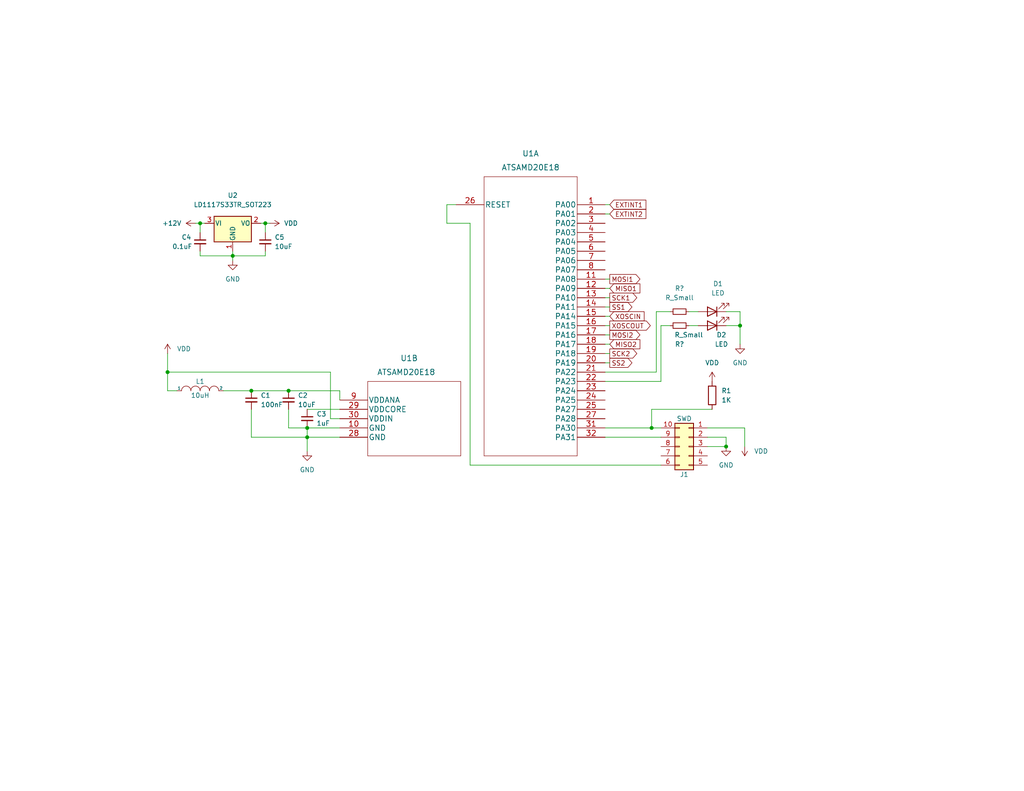
<source format=kicad_sch>
(kicad_sch (version 20211123) (generator eeschema)

  (uuid 1a9443d3-cac2-494b-9420-687a91e86722)

  (paper "USLetter")

  (title_block
    (title "ATSAMD20E18 Control Circuit")
    (date "2022-10-20")
    (rev "1")
    (company "DCA")
  )

  (lib_symbols
    (symbol "2022-10-03_01-58-55:ATSAMD20E18A-AU" (pin_names (offset 0.254)) (in_bom yes) (on_board yes)
      (property "Reference" "U" (id 0) (at 20.32 12.7 0)
        (effects (font (size 1.524 1.524)))
      )
      (property "Value" "ATSAMD20E18A-AU" (id 1) (at 20.32 10.16 0)
        (effects (font (size 1.524 1.524)))
      )
      (property "Footprint" "TQFP32_MC_MCH" (id 2) (at 20.32 8.636 0)
        (effects (font (size 1.524 1.524)) hide)
      )
      (property "Datasheet" "" (id 3) (at 0 0 0)
        (effects (font (size 1.524 1.524)))
      )
      (property "ki_fp_filters" "TQFP32_MC_MCH TQFP32_MC_MCH-M TQFP32_MC_MCH-L" (id 4) (at 0 0 0)
        (effects (font (size 1.27 1.27)) hide)
      )
      (symbol "ATSAMD20E18A-AU_1_1"
        (polyline
          (pts
            (xy 7.62 -68.58)
            (xy 33.02 -68.58)
          )
          (stroke (width 0.127) (type default) (color 0 0 0 0))
          (fill (type none))
        )
        (polyline
          (pts
            (xy 7.62 7.62)
            (xy 7.62 -68.58)
          )
          (stroke (width 0.127) (type default) (color 0 0 0 0))
          (fill (type none))
        )
        (polyline
          (pts
            (xy 33.02 -68.58)
            (xy 33.02 7.62)
          )
          (stroke (width 0.127) (type default) (color 0 0 0 0))
          (fill (type none))
        )
        (polyline
          (pts
            (xy 33.02 7.62)
            (xy 7.62 7.62)
          )
          (stroke (width 0.127) (type default) (color 0 0 0 0))
          (fill (type none))
        )
        (pin bidirectional line (at 40.64 0 180) (length 7.62)
          (name "PA00" (effects (font (size 1.4986 1.4986))))
          (number "1" (effects (font (size 1.4986 1.4986))))
        )
        (pin bidirectional line (at 40.64 -20.32 180) (length 7.62)
          (name "PA08" (effects (font (size 1.4986 1.4986))))
          (number "11" (effects (font (size 1.4986 1.4986))))
        )
        (pin bidirectional line (at 40.64 -22.86 180) (length 7.62)
          (name "PA09" (effects (font (size 1.4986 1.4986))))
          (number "12" (effects (font (size 1.4986 1.4986))))
        )
        (pin bidirectional line (at 40.64 -25.4 180) (length 7.62)
          (name "PA10" (effects (font (size 1.4986 1.4986))))
          (number "13" (effects (font (size 1.4986 1.4986))))
        )
        (pin bidirectional line (at 40.64 -27.94 180) (length 7.62)
          (name "PA11" (effects (font (size 1.4986 1.4986))))
          (number "14" (effects (font (size 1.4986 1.4986))))
        )
        (pin bidirectional line (at 40.64 -30.48 180) (length 7.62)
          (name "PA14" (effects (font (size 1.4986 1.4986))))
          (number "15" (effects (font (size 1.4986 1.4986))))
        )
        (pin bidirectional line (at 40.64 -33.02 180) (length 7.62)
          (name "PA15" (effects (font (size 1.4986 1.4986))))
          (number "16" (effects (font (size 1.4986 1.4986))))
        )
        (pin bidirectional line (at 40.64 -35.56 180) (length 7.62)
          (name "PA16" (effects (font (size 1.4986 1.4986))))
          (number "17" (effects (font (size 1.4986 1.4986))))
        )
        (pin bidirectional line (at 40.64 -38.1 180) (length 7.62)
          (name "PA17" (effects (font (size 1.4986 1.4986))))
          (number "18" (effects (font (size 1.4986 1.4986))))
        )
        (pin bidirectional line (at 40.64 -40.64 180) (length 7.62)
          (name "PA18" (effects (font (size 1.4986 1.4986))))
          (number "19" (effects (font (size 1.4986 1.4986))))
        )
        (pin bidirectional line (at 40.64 -2.54 180) (length 7.62)
          (name "PA01" (effects (font (size 1.4986 1.4986))))
          (number "2" (effects (font (size 1.4986 1.4986))))
        )
        (pin bidirectional line (at 40.64 -43.18 180) (length 7.62)
          (name "PA19" (effects (font (size 1.4986 1.4986))))
          (number "20" (effects (font (size 1.4986 1.4986))))
        )
        (pin bidirectional line (at 40.64 -45.72 180) (length 7.62)
          (name "PA22" (effects (font (size 1.4986 1.4986))))
          (number "21" (effects (font (size 1.4986 1.4986))))
        )
        (pin bidirectional line (at 40.64 -48.26 180) (length 7.62)
          (name "PA23" (effects (font (size 1.4986 1.4986))))
          (number "22" (effects (font (size 1.4986 1.4986))))
        )
        (pin bidirectional line (at 40.64 -50.8 180) (length 7.62)
          (name "PA24" (effects (font (size 1.4986 1.4986))))
          (number "23" (effects (font (size 1.4986 1.4986))))
        )
        (pin bidirectional line (at 40.64 -53.34 180) (length 7.62)
          (name "PA25" (effects (font (size 1.4986 1.4986))))
          (number "24" (effects (font (size 1.4986 1.4986))))
        )
        (pin bidirectional line (at 40.64 -55.88 180) (length 7.62)
          (name "PA27" (effects (font (size 1.4986 1.4986))))
          (number "25" (effects (font (size 1.4986 1.4986))))
        )
        (pin unspecified line (at 0 0 0) (length 7.62)
          (name "RESET" (effects (font (size 1.4986 1.4986))))
          (number "26" (effects (font (size 1.4986 1.4986))))
        )
        (pin bidirectional line (at 40.64 -58.42 180) (length 7.62)
          (name "PA28" (effects (font (size 1.4986 1.4986))))
          (number "27" (effects (font (size 1.4986 1.4986))))
        )
        (pin bidirectional line (at 40.64 -5.08 180) (length 7.62)
          (name "PA02" (effects (font (size 1.4986 1.4986))))
          (number "3" (effects (font (size 1.4986 1.4986))))
        )
        (pin bidirectional line (at 40.64 -60.96 180) (length 7.62)
          (name "PA30" (effects (font (size 1.4986 1.4986))))
          (number "31" (effects (font (size 1.4986 1.4986))))
        )
        (pin bidirectional line (at 40.64 -63.5 180) (length 7.62)
          (name "PA31" (effects (font (size 1.4986 1.4986))))
          (number "32" (effects (font (size 1.4986 1.4986))))
        )
        (pin bidirectional line (at 40.64 -7.62 180) (length 7.62)
          (name "PA03" (effects (font (size 1.4986 1.4986))))
          (number "4" (effects (font (size 1.4986 1.4986))))
        )
        (pin bidirectional line (at 40.64 -10.16 180) (length 7.62)
          (name "PA04" (effects (font (size 1.4986 1.4986))))
          (number "5" (effects (font (size 1.4986 1.4986))))
        )
        (pin bidirectional line (at 40.64 -12.7 180) (length 7.62)
          (name "PA05" (effects (font (size 1.4986 1.4986))))
          (number "6" (effects (font (size 1.4986 1.4986))))
        )
        (pin bidirectional line (at 40.64 -15.24 180) (length 7.62)
          (name "PA06" (effects (font (size 1.4986 1.4986))))
          (number "7" (effects (font (size 1.4986 1.4986))))
        )
        (pin bidirectional line (at 40.64 -17.78 180) (length 7.62)
          (name "PA07" (effects (font (size 1.4986 1.4986))))
          (number "8" (effects (font (size 1.4986 1.4986))))
        )
      )
      (symbol "ATSAMD20E18A-AU_2_1"
        (polyline
          (pts
            (xy 7.62 -15.24)
            (xy 33.02 -15.24)
          )
          (stroke (width 0.127) (type default) (color 0 0 0 0))
          (fill (type none))
        )
        (polyline
          (pts
            (xy 7.62 5.08)
            (xy 7.62 -15.24)
          )
          (stroke (width 0.127) (type default) (color 0 0 0 0))
          (fill (type none))
        )
        (polyline
          (pts
            (xy 33.02 -15.24)
            (xy 33.02 5.08)
          )
          (stroke (width 0.127) (type default) (color 0 0 0 0))
          (fill (type none))
        )
        (polyline
          (pts
            (xy 33.02 5.08)
            (xy 7.62 5.08)
          )
          (stroke (width 0.127) (type default) (color 0 0 0 0))
          (fill (type none))
        )
        (pin power_in line (at 0 -7.62 0) (length 7.62)
          (name "GND" (effects (font (size 1.4986 1.4986))))
          (number "10" (effects (font (size 1.4986 1.4986))))
        )
        (pin power_in line (at 0 -10.16 0) (length 7.62)
          (name "GND" (effects (font (size 1.4986 1.4986))))
          (number "28" (effects (font (size 1.4986 1.4986))))
        )
        (pin power_in line (at 0 -2.54 0) (length 7.62)
          (name "VDDCORE" (effects (font (size 1.4986 1.4986))))
          (number "29" (effects (font (size 1.4986 1.4986))))
        )
        (pin power_in line (at 0 -5.08 0) (length 7.62)
          (name "VDDIN" (effects (font (size 1.4986 1.4986))))
          (number "30" (effects (font (size 1.4986 1.4986))))
        )
        (pin power_in line (at 0 0 0) (length 7.62)
          (name "VDDANA" (effects (font (size 1.4986 1.4986))))
          (number "9" (effects (font (size 1.4986 1.4986))))
        )
      )
    )
    (symbol "Connector_Generic:Conn_02x05_Counter_Clockwise" (pin_names (offset 1.016) hide) (in_bom yes) (on_board yes)
      (property "Reference" "J" (id 0) (at 1.27 7.62 0)
        (effects (font (size 1.27 1.27)))
      )
      (property "Value" "Conn_02x05_Counter_Clockwise" (id 1) (at 1.27 -7.62 0)
        (effects (font (size 1.27 1.27)))
      )
      (property "Footprint" "" (id 2) (at 0 0 0)
        (effects (font (size 1.27 1.27)) hide)
      )
      (property "Datasheet" "~" (id 3) (at 0 0 0)
        (effects (font (size 1.27 1.27)) hide)
      )
      (property "ki_keywords" "connector" (id 4) (at 0 0 0)
        (effects (font (size 1.27 1.27)) hide)
      )
      (property "ki_description" "Generic connector, double row, 02x05, counter clockwise pin numbering scheme (similar to DIP packge numbering), script generated (kicad-library-utils/schlib/autogen/connector/)" (id 5) (at 0 0 0)
        (effects (font (size 1.27 1.27)) hide)
      )
      (property "ki_fp_filters" "Connector*:*_2x??_*" (id 6) (at 0 0 0)
        (effects (font (size 1.27 1.27)) hide)
      )
      (symbol "Conn_02x05_Counter_Clockwise_1_1"
        (rectangle (start -1.27 -4.953) (end 0 -5.207)
          (stroke (width 0.1524) (type default) (color 0 0 0 0))
          (fill (type none))
        )
        (rectangle (start -1.27 -2.413) (end 0 -2.667)
          (stroke (width 0.1524) (type default) (color 0 0 0 0))
          (fill (type none))
        )
        (rectangle (start -1.27 0.127) (end 0 -0.127)
          (stroke (width 0.1524) (type default) (color 0 0 0 0))
          (fill (type none))
        )
        (rectangle (start -1.27 2.667) (end 0 2.413)
          (stroke (width 0.1524) (type default) (color 0 0 0 0))
          (fill (type none))
        )
        (rectangle (start -1.27 5.207) (end 0 4.953)
          (stroke (width 0.1524) (type default) (color 0 0 0 0))
          (fill (type none))
        )
        (rectangle (start -1.27 6.35) (end 3.81 -6.35)
          (stroke (width 0.254) (type default) (color 0 0 0 0))
          (fill (type background))
        )
        (rectangle (start 3.81 -4.953) (end 2.54 -5.207)
          (stroke (width 0.1524) (type default) (color 0 0 0 0))
          (fill (type none))
        )
        (rectangle (start 3.81 -2.413) (end 2.54 -2.667)
          (stroke (width 0.1524) (type default) (color 0 0 0 0))
          (fill (type none))
        )
        (rectangle (start 3.81 0.127) (end 2.54 -0.127)
          (stroke (width 0.1524) (type default) (color 0 0 0 0))
          (fill (type none))
        )
        (rectangle (start 3.81 2.667) (end 2.54 2.413)
          (stroke (width 0.1524) (type default) (color 0 0 0 0))
          (fill (type none))
        )
        (rectangle (start 3.81 5.207) (end 2.54 4.953)
          (stroke (width 0.1524) (type default) (color 0 0 0 0))
          (fill (type none))
        )
        (pin passive line (at -5.08 5.08 0) (length 3.81)
          (name "Pin_1" (effects (font (size 1.27 1.27))))
          (number "1" (effects (font (size 1.27 1.27))))
        )
        (pin passive line (at 7.62 5.08 180) (length 3.81)
          (name "Pin_10" (effects (font (size 1.27 1.27))))
          (number "10" (effects (font (size 1.27 1.27))))
        )
        (pin passive line (at -5.08 2.54 0) (length 3.81)
          (name "Pin_2" (effects (font (size 1.27 1.27))))
          (number "2" (effects (font (size 1.27 1.27))))
        )
        (pin passive line (at -5.08 0 0) (length 3.81)
          (name "Pin_3" (effects (font (size 1.27 1.27))))
          (number "3" (effects (font (size 1.27 1.27))))
        )
        (pin passive line (at -5.08 -2.54 0) (length 3.81)
          (name "Pin_4" (effects (font (size 1.27 1.27))))
          (number "4" (effects (font (size 1.27 1.27))))
        )
        (pin passive line (at -5.08 -5.08 0) (length 3.81)
          (name "Pin_5" (effects (font (size 1.27 1.27))))
          (number "5" (effects (font (size 1.27 1.27))))
        )
        (pin passive line (at 7.62 -5.08 180) (length 3.81)
          (name "Pin_6" (effects (font (size 1.27 1.27))))
          (number "6" (effects (font (size 1.27 1.27))))
        )
        (pin passive line (at 7.62 -2.54 180) (length 3.81)
          (name "Pin_7" (effects (font (size 1.27 1.27))))
          (number "7" (effects (font (size 1.27 1.27))))
        )
        (pin passive line (at 7.62 0 180) (length 3.81)
          (name "Pin_8" (effects (font (size 1.27 1.27))))
          (number "8" (effects (font (size 1.27 1.27))))
        )
        (pin passive line (at 7.62 2.54 180) (length 3.81)
          (name "Pin_9" (effects (font (size 1.27 1.27))))
          (number "9" (effects (font (size 1.27 1.27))))
        )
      )
    )
    (symbol "Device:C_Small" (pin_numbers hide) (pin_names (offset 0.254) hide) (in_bom yes) (on_board yes)
      (property "Reference" "C" (id 0) (at 0.254 1.778 0)
        (effects (font (size 1.27 1.27)) (justify left))
      )
      (property "Value" "C_Small" (id 1) (at 0.254 -2.032 0)
        (effects (font (size 1.27 1.27)) (justify left))
      )
      (property "Footprint" "" (id 2) (at 0 0 0)
        (effects (font (size 1.27 1.27)) hide)
      )
      (property "Datasheet" "~" (id 3) (at 0 0 0)
        (effects (font (size 1.27 1.27)) hide)
      )
      (property "ki_keywords" "capacitor cap" (id 4) (at 0 0 0)
        (effects (font (size 1.27 1.27)) hide)
      )
      (property "ki_description" "Unpolarized capacitor, small symbol" (id 5) (at 0 0 0)
        (effects (font (size 1.27 1.27)) hide)
      )
      (property "ki_fp_filters" "C_*" (id 6) (at 0 0 0)
        (effects (font (size 1.27 1.27)) hide)
      )
      (symbol "C_Small_0_1"
        (polyline
          (pts
            (xy -1.524 -0.508)
            (xy 1.524 -0.508)
          )
          (stroke (width 0.3302) (type default) (color 0 0 0 0))
          (fill (type none))
        )
        (polyline
          (pts
            (xy -1.524 0.508)
            (xy 1.524 0.508)
          )
          (stroke (width 0.3048) (type default) (color 0 0 0 0))
          (fill (type none))
        )
      )
      (symbol "C_Small_1_1"
        (pin passive line (at 0 2.54 270) (length 2.032)
          (name "~" (effects (font (size 1.27 1.27))))
          (number "1" (effects (font (size 1.27 1.27))))
        )
        (pin passive line (at 0 -2.54 90) (length 2.032)
          (name "~" (effects (font (size 1.27 1.27))))
          (number "2" (effects (font (size 1.27 1.27))))
        )
      )
    )
    (symbol "Device:LED" (pin_numbers hide) (pin_names (offset 1.016) hide) (in_bom yes) (on_board yes)
      (property "Reference" "D" (id 0) (at 0 2.54 0)
        (effects (font (size 1.27 1.27)))
      )
      (property "Value" "LED" (id 1) (at 0 -2.54 0)
        (effects (font (size 1.27 1.27)))
      )
      (property "Footprint" "" (id 2) (at 0 0 0)
        (effects (font (size 1.27 1.27)) hide)
      )
      (property "Datasheet" "~" (id 3) (at 0 0 0)
        (effects (font (size 1.27 1.27)) hide)
      )
      (property "ki_keywords" "LED diode" (id 4) (at 0 0 0)
        (effects (font (size 1.27 1.27)) hide)
      )
      (property "ki_description" "Light emitting diode" (id 5) (at 0 0 0)
        (effects (font (size 1.27 1.27)) hide)
      )
      (property "ki_fp_filters" "LED* LED_SMD:* LED_THT:*" (id 6) (at 0 0 0)
        (effects (font (size 1.27 1.27)) hide)
      )
      (symbol "LED_0_1"
        (polyline
          (pts
            (xy -1.27 -1.27)
            (xy -1.27 1.27)
          )
          (stroke (width 0.254) (type default) (color 0 0 0 0))
          (fill (type none))
        )
        (polyline
          (pts
            (xy -1.27 0)
            (xy 1.27 0)
          )
          (stroke (width 0) (type default) (color 0 0 0 0))
          (fill (type none))
        )
        (polyline
          (pts
            (xy 1.27 -1.27)
            (xy 1.27 1.27)
            (xy -1.27 0)
            (xy 1.27 -1.27)
          )
          (stroke (width 0.254) (type default) (color 0 0 0 0))
          (fill (type none))
        )
        (polyline
          (pts
            (xy -3.048 -0.762)
            (xy -4.572 -2.286)
            (xy -3.81 -2.286)
            (xy -4.572 -2.286)
            (xy -4.572 -1.524)
          )
          (stroke (width 0) (type default) (color 0 0 0 0))
          (fill (type none))
        )
        (polyline
          (pts
            (xy -1.778 -0.762)
            (xy -3.302 -2.286)
            (xy -2.54 -2.286)
            (xy -3.302 -2.286)
            (xy -3.302 -1.524)
          )
          (stroke (width 0) (type default) (color 0 0 0 0))
          (fill (type none))
        )
      )
      (symbol "LED_1_1"
        (pin passive line (at -3.81 0 0) (length 2.54)
          (name "K" (effects (font (size 1.27 1.27))))
          (number "1" (effects (font (size 1.27 1.27))))
        )
        (pin passive line (at 3.81 0 180) (length 2.54)
          (name "A" (effects (font (size 1.27 1.27))))
          (number "2" (effects (font (size 1.27 1.27))))
        )
      )
    )
    (symbol "Device:R" (pin_numbers hide) (pin_names (offset 0)) (in_bom yes) (on_board yes)
      (property "Reference" "R" (id 0) (at 2.032 0 90)
        (effects (font (size 1.27 1.27)))
      )
      (property "Value" "R" (id 1) (at 0 0 90)
        (effects (font (size 1.27 1.27)))
      )
      (property "Footprint" "" (id 2) (at -1.778 0 90)
        (effects (font (size 1.27 1.27)) hide)
      )
      (property "Datasheet" "~" (id 3) (at 0 0 0)
        (effects (font (size 1.27 1.27)) hide)
      )
      (property "ki_keywords" "R res resistor" (id 4) (at 0 0 0)
        (effects (font (size 1.27 1.27)) hide)
      )
      (property "ki_description" "Resistor" (id 5) (at 0 0 0)
        (effects (font (size 1.27 1.27)) hide)
      )
      (property "ki_fp_filters" "R_*" (id 6) (at 0 0 0)
        (effects (font (size 1.27 1.27)) hide)
      )
      (symbol "R_0_1"
        (rectangle (start -1.016 -2.54) (end 1.016 2.54)
          (stroke (width 0.254) (type default) (color 0 0 0 0))
          (fill (type none))
        )
      )
      (symbol "R_1_1"
        (pin passive line (at 0 3.81 270) (length 1.27)
          (name "~" (effects (font (size 1.27 1.27))))
          (number "1" (effects (font (size 1.27 1.27))))
        )
        (pin passive line (at 0 -3.81 90) (length 1.27)
          (name "~" (effects (font (size 1.27 1.27))))
          (number "2" (effects (font (size 1.27 1.27))))
        )
      )
    )
    (symbol "Device:R_Small" (pin_numbers hide) (pin_names (offset 0.254) hide) (in_bom yes) (on_board yes)
      (property "Reference" "R" (id 0) (at 0.762 0.508 0)
        (effects (font (size 1.27 1.27)) (justify left))
      )
      (property "Value" "R_Small" (id 1) (at 0.762 -1.016 0)
        (effects (font (size 1.27 1.27)) (justify left))
      )
      (property "Footprint" "" (id 2) (at 0 0 0)
        (effects (font (size 1.27 1.27)) hide)
      )
      (property "Datasheet" "~" (id 3) (at 0 0 0)
        (effects (font (size 1.27 1.27)) hide)
      )
      (property "ki_keywords" "R resistor" (id 4) (at 0 0 0)
        (effects (font (size 1.27 1.27)) hide)
      )
      (property "ki_description" "Resistor, small symbol" (id 5) (at 0 0 0)
        (effects (font (size 1.27 1.27)) hide)
      )
      (property "ki_fp_filters" "R_*" (id 6) (at 0 0 0)
        (effects (font (size 1.27 1.27)) hide)
      )
      (symbol "R_Small_0_1"
        (rectangle (start -0.762 1.778) (end 0.762 -1.778)
          (stroke (width 0.2032) (type default) (color 0 0 0 0))
          (fill (type none))
        )
      )
      (symbol "R_Small_1_1"
        (pin passive line (at 0 2.54 270) (length 0.762)
          (name "~" (effects (font (size 1.27 1.27))))
          (number "1" (effects (font (size 1.27 1.27))))
        )
        (pin passive line (at 0 -2.54 90) (length 0.762)
          (name "~" (effects (font (size 1.27 1.27))))
          (number "2" (effects (font (size 1.27 1.27))))
        )
      )
    )
    (symbol "Regulator_Linear:LD1117S33TR_SOT223" (pin_names (offset 0.254)) (in_bom yes) (on_board yes)
      (property "Reference" "U" (id 0) (at -3.81 3.175 0)
        (effects (font (size 1.27 1.27)))
      )
      (property "Value" "LD1117S33TR_SOT223" (id 1) (at 0 3.175 0)
        (effects (font (size 1.27 1.27)) (justify left))
      )
      (property "Footprint" "Package_TO_SOT_SMD:SOT-223-3_TabPin2" (id 2) (at 0 5.08 0)
        (effects (font (size 1.27 1.27)) hide)
      )
      (property "Datasheet" "http://www.st.com/st-web-ui/static/active/en/resource/technical/document/datasheet/CD00000544.pdf" (id 3) (at 2.54 -6.35 0)
        (effects (font (size 1.27 1.27)) hide)
      )
      (property "ki_keywords" "REGULATOR LDO 3.3V" (id 4) (at 0 0 0)
        (effects (font (size 1.27 1.27)) hide)
      )
      (property "ki_description" "800mA Fixed Low Drop Positive Voltage Regulator, Fixed Output 3.3V, SOT-223" (id 5) (at 0 0 0)
        (effects (font (size 1.27 1.27)) hide)
      )
      (property "ki_fp_filters" "SOT?223*TabPin2*" (id 6) (at 0 0 0)
        (effects (font (size 1.27 1.27)) hide)
      )
      (symbol "LD1117S33TR_SOT223_0_1"
        (rectangle (start -5.08 -5.08) (end 5.08 1.905)
          (stroke (width 0.254) (type default) (color 0 0 0 0))
          (fill (type background))
        )
      )
      (symbol "LD1117S33TR_SOT223_1_1"
        (pin power_in line (at 0 -7.62 90) (length 2.54)
          (name "GND" (effects (font (size 1.27 1.27))))
          (number "1" (effects (font (size 1.27 1.27))))
        )
        (pin power_out line (at 7.62 0 180) (length 2.54)
          (name "VO" (effects (font (size 1.27 1.27))))
          (number "2" (effects (font (size 1.27 1.27))))
        )
        (pin power_in line (at -7.62 0 0) (length 2.54)
          (name "VI" (effects (font (size 1.27 1.27))))
          (number "3" (effects (font (size 1.27 1.27))))
        )
      )
    )
    (symbol "power:+12V" (power) (pin_names (offset 0)) (in_bom yes) (on_board yes)
      (property "Reference" "#PWR" (id 0) (at 0 -3.81 0)
        (effects (font (size 1.27 1.27)) hide)
      )
      (property "Value" "+12V" (id 1) (at 0 3.556 0)
        (effects (font (size 1.27 1.27)))
      )
      (property "Footprint" "" (id 2) (at 0 0 0)
        (effects (font (size 1.27 1.27)) hide)
      )
      (property "Datasheet" "" (id 3) (at 0 0 0)
        (effects (font (size 1.27 1.27)) hide)
      )
      (property "ki_keywords" "power-flag" (id 4) (at 0 0 0)
        (effects (font (size 1.27 1.27)) hide)
      )
      (property "ki_description" "Power symbol creates a global label with name \"+12V\"" (id 5) (at 0 0 0)
        (effects (font (size 1.27 1.27)) hide)
      )
      (symbol "+12V_0_1"
        (polyline
          (pts
            (xy -0.762 1.27)
            (xy 0 2.54)
          )
          (stroke (width 0) (type default) (color 0 0 0 0))
          (fill (type none))
        )
        (polyline
          (pts
            (xy 0 0)
            (xy 0 2.54)
          )
          (stroke (width 0) (type default) (color 0 0 0 0))
          (fill (type none))
        )
        (polyline
          (pts
            (xy 0 2.54)
            (xy 0.762 1.27)
          )
          (stroke (width 0) (type default) (color 0 0 0 0))
          (fill (type none))
        )
      )
      (symbol "+12V_1_1"
        (pin power_in line (at 0 0 90) (length 0) hide
          (name "+12V" (effects (font (size 1.27 1.27))))
          (number "1" (effects (font (size 1.27 1.27))))
        )
      )
    )
    (symbol "power:GND" (power) (pin_names (offset 0)) (in_bom yes) (on_board yes)
      (property "Reference" "#PWR" (id 0) (at 0 -6.35 0)
        (effects (font (size 1.27 1.27)) hide)
      )
      (property "Value" "GND" (id 1) (at 0 -3.81 0)
        (effects (font (size 1.27 1.27)))
      )
      (property "Footprint" "" (id 2) (at 0 0 0)
        (effects (font (size 1.27 1.27)) hide)
      )
      (property "Datasheet" "" (id 3) (at 0 0 0)
        (effects (font (size 1.27 1.27)) hide)
      )
      (property "ki_keywords" "power-flag" (id 4) (at 0 0 0)
        (effects (font (size 1.27 1.27)) hide)
      )
      (property "ki_description" "Power symbol creates a global label with name \"GND\" , ground" (id 5) (at 0 0 0)
        (effects (font (size 1.27 1.27)) hide)
      )
      (symbol "GND_0_1"
        (polyline
          (pts
            (xy 0 0)
            (xy 0 -1.27)
            (xy 1.27 -1.27)
            (xy 0 -2.54)
            (xy -1.27 -1.27)
            (xy 0 -1.27)
          )
          (stroke (width 0) (type default) (color 0 0 0 0))
          (fill (type none))
        )
      )
      (symbol "GND_1_1"
        (pin power_in line (at 0 0 270) (length 0) hide
          (name "GND" (effects (font (size 1.27 1.27))))
          (number "1" (effects (font (size 1.27 1.27))))
        )
      )
    )
    (symbol "power:VDD" (power) (pin_names (offset 0)) (in_bom yes) (on_board yes)
      (property "Reference" "#PWR" (id 0) (at 0 -3.81 0)
        (effects (font (size 1.27 1.27)) hide)
      )
      (property "Value" "VDD" (id 1) (at 0 3.81 0)
        (effects (font (size 1.27 1.27)))
      )
      (property "Footprint" "" (id 2) (at 0 0 0)
        (effects (font (size 1.27 1.27)) hide)
      )
      (property "Datasheet" "" (id 3) (at 0 0 0)
        (effects (font (size 1.27 1.27)) hide)
      )
      (property "ki_keywords" "power-flag" (id 4) (at 0 0 0)
        (effects (font (size 1.27 1.27)) hide)
      )
      (property "ki_description" "Power symbol creates a global label with name \"VDD\"" (id 5) (at 0 0 0)
        (effects (font (size 1.27 1.27)) hide)
      )
      (symbol "VDD_0_1"
        (polyline
          (pts
            (xy -0.762 1.27)
            (xy 0 2.54)
          )
          (stroke (width 0) (type default) (color 0 0 0 0))
          (fill (type none))
        )
        (polyline
          (pts
            (xy 0 0)
            (xy 0 2.54)
          )
          (stroke (width 0) (type default) (color 0 0 0 0))
          (fill (type none))
        )
        (polyline
          (pts
            (xy 0 2.54)
            (xy 0.762 1.27)
          )
          (stroke (width 0) (type default) (color 0 0 0 0))
          (fill (type none))
        )
      )
      (symbol "VDD_1_1"
        (pin power_in line (at 0 0 90) (length 0) hide
          (name "VDD" (effects (font (size 1.27 1.27))))
          (number "1" (effects (font (size 1.27 1.27))))
        )
      )
    )
    (symbol "pspice:INDUCTOR" (pin_numbers hide) (pin_names (offset 0)) (in_bom yes) (on_board yes)
      (property "Reference" "L" (id 0) (at 0 2.54 0)
        (effects (font (size 1.27 1.27)))
      )
      (property "Value" "INDUCTOR" (id 1) (at 0 -1.27 0)
        (effects (font (size 1.27 1.27)))
      )
      (property "Footprint" "" (id 2) (at 0 0 0)
        (effects (font (size 1.27 1.27)) hide)
      )
      (property "Datasheet" "~" (id 3) (at 0 0 0)
        (effects (font (size 1.27 1.27)) hide)
      )
      (property "ki_keywords" "simulation" (id 4) (at 0 0 0)
        (effects (font (size 1.27 1.27)) hide)
      )
      (property "ki_description" "Inductor symbol for simulation only" (id 5) (at 0 0 0)
        (effects (font (size 1.27 1.27)) hide)
      )
      (symbol "INDUCTOR_0_1"
        (arc (start -2.54 0) (mid -3.81 1.27) (end -5.08 0)
          (stroke (width 0) (type default) (color 0 0 0 0))
          (fill (type none))
        )
        (arc (start 0 0) (mid -1.27 1.27) (end -2.54 0)
          (stroke (width 0) (type default) (color 0 0 0 0))
          (fill (type none))
        )
        (arc (start 2.54 0) (mid 1.27 1.27) (end 0 0)
          (stroke (width 0) (type default) (color 0 0 0 0))
          (fill (type none))
        )
        (arc (start 5.08 0) (mid 3.81 1.27) (end 2.54 0)
          (stroke (width 0) (type default) (color 0 0 0 0))
          (fill (type none))
        )
      )
      (symbol "INDUCTOR_1_1"
        (pin input line (at -6.35 0 0) (length 1.27)
          (name "1" (effects (font (size 0.762 0.762))))
          (number "1" (effects (font (size 0.762 0.762))))
        )
        (pin input line (at 6.35 0 180) (length 1.27)
          (name "2" (effects (font (size 0.762 0.762))))
          (number "2" (effects (font (size 0.762 0.762))))
        )
      )
    )
  )

  (junction (at 177.8 116.84) (diameter 0) (color 0 0 0 0)
    (uuid 0094fd18-f08e-47c3-885f-6f1440acf9d3)
  )
  (junction (at 72.39 60.96) (diameter 0) (color 0 0 0 0)
    (uuid 0841a39a-f98d-41e9-8644-d9303ffb8603)
  )
  (junction (at 83.82 119.38) (diameter 0) (color 0 0 0 0)
    (uuid 2c355d97-4b87-485e-9c6c-cbaa31ab7309)
  )
  (junction (at 68.58 106.68) (diameter 0) (color 0 0 0 0)
    (uuid 30c305e0-4809-45bc-8d15-4aa3c284f7a5)
  )
  (junction (at 198.12 121.92) (diameter 0) (color 0 0 0 0)
    (uuid 4b834e2f-79a8-4e49-b7fc-eb26468b0172)
  )
  (junction (at 201.93 88.9) (diameter 0) (color 0 0 0 0)
    (uuid 50767c5c-887e-4ea0-a85b-6f611da76940)
  )
  (junction (at 63.5 69.85) (diameter 0) (color 0 0 0 0)
    (uuid 9cb56b66-9e66-48c0-b0e9-80ffcf3e3220)
  )
  (junction (at 78.74 106.68) (diameter 0) (color 0 0 0 0)
    (uuid 9db0f3a3-7445-462f-af11-8ec6f385eaa8)
  )
  (junction (at 45.72 101.6) (diameter 0) (color 0 0 0 0)
    (uuid a79aae7c-4e62-4cfc-8ea6-3d17245085cf)
  )
  (junction (at 54.61 60.96) (diameter 0) (color 0 0 0 0)
    (uuid d287101e-9cbd-4d76-bbd3-88a04fe5217a)
  )
  (junction (at 83.82 116.84) (diameter 0) (color 0 0 0 0)
    (uuid f7952fd6-3f9b-4467-a9ef-dcf73cbe02b4)
  )

  (wire (pts (xy 166.37 55.88) (xy 165.1 55.88))
    (stroke (width 0) (type default) (color 0 0 0 0))
    (uuid 01a0f064-b8fd-4b27-aecf-ad74f51369d5)
  )
  (wire (pts (xy 165.1 81.28) (xy 166.37 81.28))
    (stroke (width 0) (type default) (color 0 0 0 0))
    (uuid 026d7f4a-8a12-470d-97a0-2663165305e5)
  )
  (wire (pts (xy 63.5 69.85) (xy 72.39 69.85))
    (stroke (width 0) (type default) (color 0 0 0 0))
    (uuid 0575c3db-0425-4bad-ba33-5f43abb16a69)
  )
  (wire (pts (xy 72.39 69.85) (xy 72.39 68.58))
    (stroke (width 0) (type default) (color 0 0 0 0))
    (uuid 06749e3a-26d5-4d45-ad5c-52e9f8229362)
  )
  (wire (pts (xy 165.1 116.84) (xy 177.8 116.84))
    (stroke (width 0) (type default) (color 0 0 0 0))
    (uuid 0d7b8502-c03e-4039-8f0e-4ed9ee385f7b)
  )
  (wire (pts (xy 180.34 88.9) (xy 180.34 104.14))
    (stroke (width 0) (type default) (color 0 0 0 0))
    (uuid 0e1f6a1d-d0a1-4291-9c47-c684bcad3e64)
  )
  (wire (pts (xy 177.8 116.84) (xy 180.34 116.84))
    (stroke (width 0) (type default) (color 0 0 0 0))
    (uuid 209eb482-baba-44bf-ae4e-bcc6bdebdcf8)
  )
  (wire (pts (xy 179.07 85.09) (xy 182.88 85.09))
    (stroke (width 0) (type default) (color 0 0 0 0))
    (uuid 2405e315-57d8-48ed-bc4f-b63bdacc0d7d)
  )
  (wire (pts (xy 92.71 114.3) (xy 90.17 114.3))
    (stroke (width 0) (type default) (color 0 0 0 0))
    (uuid 2653a9d6-578a-421c-99dd-84152b05c817)
  )
  (wire (pts (xy 166.37 58.42) (xy 165.1 58.42))
    (stroke (width 0) (type default) (color 0 0 0 0))
    (uuid 277fb931-304d-4d92-a100-1915bbec0b7f)
  )
  (wire (pts (xy 78.74 106.68) (xy 92.71 106.68))
    (stroke (width 0) (type default) (color 0 0 0 0))
    (uuid 27ec61b3-9d10-49ca-ac1e-9cb84008d481)
  )
  (wire (pts (xy 177.8 111.76) (xy 177.8 116.84))
    (stroke (width 0) (type default) (color 0 0 0 0))
    (uuid 295503c8-0f4c-4434-bab1-ca25b8882755)
  )
  (wire (pts (xy 165.1 104.14) (xy 180.34 104.14))
    (stroke (width 0) (type default) (color 0 0 0 0))
    (uuid 2a549f4b-c07a-4c4f-ac82-182d21ee9b44)
  )
  (wire (pts (xy 78.74 111.76) (xy 78.74 116.84))
    (stroke (width 0) (type default) (color 0 0 0 0))
    (uuid 2b6ce01e-2185-4385-8187-4c0c07cde0be)
  )
  (wire (pts (xy 45.72 106.68) (xy 48.26 106.68))
    (stroke (width 0) (type default) (color 0 0 0 0))
    (uuid 2bc69059-9694-4325-a595-5992ca53ca75)
  )
  (wire (pts (xy 193.04 116.84) (xy 203.2 116.84))
    (stroke (width 0) (type default) (color 0 0 0 0))
    (uuid 2c723805-94c1-432f-a9c9-d095cc829a5a)
  )
  (wire (pts (xy 72.39 60.96) (xy 71.12 60.96))
    (stroke (width 0) (type default) (color 0 0 0 0))
    (uuid 3531b1ed-8cdd-4a23-a8d9-8aa5aca0f551)
  )
  (wire (pts (xy 165.1 119.38) (xy 180.34 119.38))
    (stroke (width 0) (type default) (color 0 0 0 0))
    (uuid 368abf35-3773-4500-a0d2-de9cb305ef30)
  )
  (wire (pts (xy 90.17 114.3) (xy 90.17 101.6))
    (stroke (width 0) (type default) (color 0 0 0 0))
    (uuid 3899a141-e42d-4803-bc0a-96507fb57285)
  )
  (wire (pts (xy 198.12 85.09) (xy 201.93 85.09))
    (stroke (width 0) (type default) (color 0 0 0 0))
    (uuid 3963eb31-df52-4112-b538-6e71ac7d8775)
  )
  (wire (pts (xy 92.71 106.68) (xy 92.71 109.22))
    (stroke (width 0) (type default) (color 0 0 0 0))
    (uuid 3f1ab17e-6da2-48fb-8f0d-b12682f0ebca)
  )
  (wire (pts (xy 165.1 101.6) (xy 179.07 101.6))
    (stroke (width 0) (type default) (color 0 0 0 0))
    (uuid 3f7afa7a-60e2-4274-927e-71cd2bed36ef)
  )
  (wire (pts (xy 45.72 101.6) (xy 90.17 101.6))
    (stroke (width 0) (type default) (color 0 0 0 0))
    (uuid 43191f5f-022f-45b8-8d8a-85b1ff12a8e1)
  )
  (wire (pts (xy 201.93 85.09) (xy 201.93 88.9))
    (stroke (width 0) (type default) (color 0 0 0 0))
    (uuid 46aff1ad-5484-41fe-81fa-7bc613deb7e9)
  )
  (wire (pts (xy 166.37 99.06) (xy 165.1 99.06))
    (stroke (width 0) (type default) (color 0 0 0 0))
    (uuid 501b578a-e00d-4ce6-acd5-da8136beaf41)
  )
  (wire (pts (xy 165.1 76.2) (xy 166.37 76.2))
    (stroke (width 0) (type default) (color 0 0 0 0))
    (uuid 52912a39-43a5-4d74-afcc-2f644f196529)
  )
  (wire (pts (xy 198.12 88.9) (xy 201.93 88.9))
    (stroke (width 0) (type default) (color 0 0 0 0))
    (uuid 55b2467e-79d8-4528-8727-872eed3e1136)
  )
  (wire (pts (xy 45.72 101.6) (xy 45.72 106.68))
    (stroke (width 0) (type default) (color 0 0 0 0))
    (uuid 5a82253a-3d54-4215-abd5-d4b27178c9ac)
  )
  (wire (pts (xy 165.1 78.74) (xy 166.37 78.74))
    (stroke (width 0) (type default) (color 0 0 0 0))
    (uuid 5add9c56-6154-477d-9c16-c625ceb49838)
  )
  (wire (pts (xy 54.61 69.85) (xy 63.5 69.85))
    (stroke (width 0) (type default) (color 0 0 0 0))
    (uuid 5cf6f775-3cbb-4a7c-a597-4bb61a549d6d)
  )
  (wire (pts (xy 68.58 111.76) (xy 68.58 119.38))
    (stroke (width 0) (type default) (color 0 0 0 0))
    (uuid 60a8737c-6e9b-4f5d-bba1-9835d7f91e8c)
  )
  (wire (pts (xy 193.04 121.92) (xy 198.12 121.92))
    (stroke (width 0) (type default) (color 0 0 0 0))
    (uuid 60dce2c2-1d10-43a8-a24c-cfda72076ee6)
  )
  (wire (pts (xy 53.34 60.96) (xy 54.61 60.96))
    (stroke (width 0) (type default) (color 0 0 0 0))
    (uuid 68994195-0205-4007-88c2-2cab01fedcb5)
  )
  (wire (pts (xy 72.39 60.96) (xy 73.66 60.96))
    (stroke (width 0) (type default) (color 0 0 0 0))
    (uuid 778fc09e-f4c0-47b8-87d0-7ad30c099396)
  )
  (wire (pts (xy 78.74 116.84) (xy 83.82 116.84))
    (stroke (width 0) (type default) (color 0 0 0 0))
    (uuid 796ebacf-9398-47e1-85de-fca9a35ff1bd)
  )
  (wire (pts (xy 182.88 88.9) (xy 180.34 88.9))
    (stroke (width 0) (type default) (color 0 0 0 0))
    (uuid 7b2305fc-7da8-44b8-ab48-e9d5d94341e9)
  )
  (wire (pts (xy 166.37 93.98) (xy 165.1 93.98))
    (stroke (width 0) (type default) (color 0 0 0 0))
    (uuid 7b78f3bd-c18d-4191-89d1-3b5180d200bc)
  )
  (wire (pts (xy 63.5 69.85) (xy 63.5 71.12))
    (stroke (width 0) (type default) (color 0 0 0 0))
    (uuid 7bb7f268-566e-4ad5-bdb8-69446134f661)
  )
  (wire (pts (xy 166.37 96.52) (xy 165.1 96.52))
    (stroke (width 0) (type default) (color 0 0 0 0))
    (uuid 7d3eab91-8ab8-4cd7-91ed-df4480f76381)
  )
  (wire (pts (xy 54.61 68.58) (xy 54.61 69.85))
    (stroke (width 0) (type default) (color 0 0 0 0))
    (uuid 82f5dbdd-8c0c-4efe-833c-121bb922c274)
  )
  (wire (pts (xy 203.2 116.84) (xy 203.2 121.92))
    (stroke (width 0) (type default) (color 0 0 0 0))
    (uuid 89343a62-fcfb-498b-b1a6-3fd5064f0d1f)
  )
  (wire (pts (xy 68.58 119.38) (xy 83.82 119.38))
    (stroke (width 0) (type default) (color 0 0 0 0))
    (uuid 8950f662-cef8-4dc8-b46e-f865fe3adb49)
  )
  (wire (pts (xy 166.37 86.36) (xy 165.1 86.36))
    (stroke (width 0) (type default) (color 0 0 0 0))
    (uuid 929c4b1d-91e3-4c27-b681-36eb19eb2809)
  )
  (wire (pts (xy 54.61 60.96) (xy 55.88 60.96))
    (stroke (width 0) (type default) (color 0 0 0 0))
    (uuid 92a78f18-9a5f-40ac-b7f2-41c882ddb421)
  )
  (wire (pts (xy 128.27 127) (xy 180.34 127))
    (stroke (width 0) (type default) (color 0 0 0 0))
    (uuid 9c4ce6cb-8a3e-4f8b-889b-fa73721aa578)
  )
  (wire (pts (xy 121.92 55.88) (xy 124.46 55.88))
    (stroke (width 0) (type default) (color 0 0 0 0))
    (uuid a0ff80af-a16e-482b-a4e6-de4de9f6eb7b)
  )
  (wire (pts (xy 83.82 119.38) (xy 92.71 119.38))
    (stroke (width 0) (type default) (color 0 0 0 0))
    (uuid a185f443-d9f1-4b34-aa2d-d3bd14e56130)
  )
  (wire (pts (xy 187.96 88.9) (xy 190.5 88.9))
    (stroke (width 0) (type default) (color 0 0 0 0))
    (uuid a2318a9d-5ba5-49d1-83c3-5668ee5e65ac)
  )
  (wire (pts (xy 83.82 116.84) (xy 83.82 119.38))
    (stroke (width 0) (type default) (color 0 0 0 0))
    (uuid ae96e5b7-6e40-4c65-827c-8c8540e17e79)
  )
  (wire (pts (xy 45.72 96.52) (xy 45.72 101.6))
    (stroke (width 0) (type default) (color 0 0 0 0))
    (uuid ae9ff30b-1c63-4439-9a6a-e04f6a221a49)
  )
  (wire (pts (xy 128.27 60.96) (xy 121.92 60.96))
    (stroke (width 0) (type default) (color 0 0 0 0))
    (uuid af2dfa6f-f0dd-42f8-8e2c-4abfaa6d0f76)
  )
  (wire (pts (xy 83.82 119.38) (xy 83.82 123.19))
    (stroke (width 0) (type default) (color 0 0 0 0))
    (uuid b8fd8451-2c73-463f-9b8a-53a07287aa9c)
  )
  (wire (pts (xy 193.04 119.38) (xy 198.12 119.38))
    (stroke (width 0) (type default) (color 0 0 0 0))
    (uuid c2569caf-c146-4e21-a7c9-c21ab81b7a45)
  )
  (wire (pts (xy 83.82 111.76) (xy 92.71 111.76))
    (stroke (width 0) (type default) (color 0 0 0 0))
    (uuid c3c9dd8d-5859-4388-8c3e-176efd203d8e)
  )
  (wire (pts (xy 60.96 106.68) (xy 68.58 106.68))
    (stroke (width 0) (type default) (color 0 0 0 0))
    (uuid c651a5bb-6532-410b-8368-9dcaf11f4179)
  )
  (wire (pts (xy 63.5 68.58) (xy 63.5 69.85))
    (stroke (width 0) (type default) (color 0 0 0 0))
    (uuid cf9ecfe9-ea77-477c-bc7b-59bddf201405)
  )
  (wire (pts (xy 121.92 60.96) (xy 121.92 55.88))
    (stroke (width 0) (type default) (color 0 0 0 0))
    (uuid d1149157-9562-4a94-9e2c-84dc43133c43)
  )
  (wire (pts (xy 92.71 116.84) (xy 83.82 116.84))
    (stroke (width 0) (type default) (color 0 0 0 0))
    (uuid d1716947-2584-49fd-b76e-4dd252fecd3f)
  )
  (wire (pts (xy 128.27 127) (xy 128.27 60.96))
    (stroke (width 0) (type default) (color 0 0 0 0))
    (uuid df195d72-c7c1-40d3-9a1b-81de7f9ed2c5)
  )
  (wire (pts (xy 72.39 63.5) (xy 72.39 60.96))
    (stroke (width 0) (type default) (color 0 0 0 0))
    (uuid e1eb0c0a-0183-4815-94fd-0ece24cca253)
  )
  (wire (pts (xy 179.07 101.6) (xy 179.07 85.09))
    (stroke (width 0) (type default) (color 0 0 0 0))
    (uuid e22ce421-5cd8-42f3-beaa-ff27140efcb8)
  )
  (wire (pts (xy 194.31 111.76) (xy 177.8 111.76))
    (stroke (width 0) (type default) (color 0 0 0 0))
    (uuid e4c8bc06-2bd8-419a-a995-a66d4dded2ac)
  )
  (wire (pts (xy 166.37 91.44) (xy 165.1 91.44))
    (stroke (width 0) (type default) (color 0 0 0 0))
    (uuid e5713ffc-94f8-4a16-8202-644b780bd426)
  )
  (wire (pts (xy 54.61 60.96) (xy 54.61 63.5))
    (stroke (width 0) (type default) (color 0 0 0 0))
    (uuid eb863604-3af6-429a-9e94-c94d43a80748)
  )
  (wire (pts (xy 166.37 88.9) (xy 165.1 88.9))
    (stroke (width 0) (type default) (color 0 0 0 0))
    (uuid ecad7012-7336-42d0-9d33-0df77900b957)
  )
  (wire (pts (xy 165.1 83.82) (xy 166.37 83.82))
    (stroke (width 0) (type default) (color 0 0 0 0))
    (uuid f2fc4275-4c4c-443c-8a2e-71ff8335e098)
  )
  (wire (pts (xy 201.93 88.9) (xy 201.93 93.98))
    (stroke (width 0) (type default) (color 0 0 0 0))
    (uuid f7f1cc3b-0b90-42e3-99f5-3c6ffbc82573)
  )
  (wire (pts (xy 198.12 119.38) (xy 198.12 121.92))
    (stroke (width 0) (type default) (color 0 0 0 0))
    (uuid fb57a36b-d7bc-4c32-92a4-ce609cb6fd1d)
  )
  (wire (pts (xy 68.58 106.68) (xy 78.74 106.68))
    (stroke (width 0) (type default) (color 0 0 0 0))
    (uuid fc1c4702-e213-4a61-8543-da9f7b480be2)
  )
  (wire (pts (xy 187.96 85.09) (xy 190.5 85.09))
    (stroke (width 0) (type default) (color 0 0 0 0))
    (uuid ffc75212-db21-4f41-a4c1-0622d157471f)
  )

  (global_label "SCK2" (shape output) (at 166.37 96.52 0) (fields_autoplaced)
    (effects (font (size 1.27 1.27)) (justify left))
    (uuid 3464dd7e-636b-4249-a7f0-8209b16d4f47)
    (property "Intersheet References" "${INTERSHEET_REFS}" (id 0) (at 173.7421 96.4406 0)
      (effects (font (size 1.27 1.27)) (justify left) hide)
    )
  )
  (global_label "EXTINT2" (shape input) (at 166.37 58.42 0) (fields_autoplaced)
    (effects (font (size 1.27 1.27)) (justify left))
    (uuid 3a2bf5d8-2a9c-476b-9079-d81dd93f1c49)
    (property "Intersheet References" "${INTERSHEET_REFS}" (id 0) (at 176.2217 58.3406 0)
      (effects (font (size 1.27 1.27)) (justify left) hide)
    )
  )
  (global_label "SS1" (shape output) (at 166.37 83.82 0) (fields_autoplaced)
    (effects (font (size 1.27 1.27)) (justify left))
    (uuid 40951477-4134-4b0d-bb0b-2d22f9ba0a61)
    (property "Intersheet References" "${INTERSHEET_REFS}" (id 0) (at 172.4117 83.7406 0)
      (effects (font (size 1.27 1.27)) (justify left) hide)
    )
  )
  (global_label "MOSI1" (shape output) (at 166.37 76.2 0) (fields_autoplaced)
    (effects (font (size 1.27 1.27)) (justify left))
    (uuid 6880be06-0736-41c1-98e3-b93e7168711b)
    (property "Intersheet References" "${INTERSHEET_REFS}" (id 0) (at 174.5888 76.1206 0)
      (effects (font (size 1.27 1.27)) (justify left) hide)
    )
  )
  (global_label "MISO2" (shape input) (at 166.37 93.98 0) (fields_autoplaced)
    (effects (font (size 1.27 1.27)) (justify left))
    (uuid 6f671a51-c946-4044-a1e1-ae04eb9c92f9)
    (property "Intersheet References" "${INTERSHEET_REFS}" (id 0) (at 174.5888 93.9006 0)
      (effects (font (size 1.27 1.27)) (justify left) hide)
    )
  )
  (global_label "EXTINT1" (shape input) (at 166.37 55.88 0) (fields_autoplaced)
    (effects (font (size 1.27 1.27)) (justify left))
    (uuid 6f6a7258-b9aa-49d8-b92c-85c91e1287fe)
    (property "Intersheet References" "${INTERSHEET_REFS}" (id 0) (at 176.2217 55.8006 0)
      (effects (font (size 1.27 1.27)) (justify left) hide)
    )
  )
  (global_label "XOSCIN" (shape input) (at 166.37 86.36 0) (fields_autoplaced)
    (effects (font (size 1.27 1.27)) (justify left))
    (uuid 9842fd7a-404c-4273-9196-13a485e57bb3)
    (property "Intersheet References" "${INTERSHEET_REFS}" (id 0) (at 175.7379 86.2806 0)
      (effects (font (size 1.27 1.27)) (justify left) hide)
    )
  )
  (global_label "SS2" (shape output) (at 166.37 99.06 0) (fields_autoplaced)
    (effects (font (size 1.27 1.27)) (justify left))
    (uuid 98b9e5a9-1462-48f3-8074-fb92286d5142)
    (property "Intersheet References" "${INTERSHEET_REFS}" (id 0) (at 172.4117 98.9806 0)
      (effects (font (size 1.27 1.27)) (justify left) hide)
    )
  )
  (global_label "XOSCOUT" (shape output) (at 166.37 88.9 0) (fields_autoplaced)
    (effects (font (size 1.27 1.27)) (justify left))
    (uuid b2838a3e-2c51-41e2-a6f0-33bbc3602ea5)
    (property "Intersheet References" "${INTERSHEET_REFS}" (id 0) (at 177.4312 88.8206 0)
      (effects (font (size 1.27 1.27)) (justify left) hide)
    )
  )
  (global_label "SCK1" (shape output) (at 166.37 81.28 0) (fields_autoplaced)
    (effects (font (size 1.27 1.27)) (justify left))
    (uuid be403245-7729-43a3-aaa3-e95cbbff10f9)
    (property "Intersheet References" "${INTERSHEET_REFS}" (id 0) (at 173.7421 81.2006 0)
      (effects (font (size 1.27 1.27)) (justify left) hide)
    )
  )
  (global_label "MOSI2" (shape output) (at 166.37 91.44 0) (fields_autoplaced)
    (effects (font (size 1.27 1.27)) (justify left))
    (uuid d09babe4-dca2-498e-955b-7850955a047b)
    (property "Intersheet References" "${INTERSHEET_REFS}" (id 0) (at 174.5888 91.3606 0)
      (effects (font (size 1.27 1.27)) (justify left) hide)
    )
  )
  (global_label "MISO1" (shape input) (at 166.37 78.74 0) (fields_autoplaced)
    (effects (font (size 1.27 1.27)) (justify left))
    (uuid defa410b-ca2c-4cd3-a1a3-0f43a8786e10)
    (property "Intersheet References" "${INTERSHEET_REFS}" (id 0) (at 174.5888 78.6606 0)
      (effects (font (size 1.27 1.27)) (justify left) hide)
    )
  )

  (symbol (lib_id "2022-10-03_01-58-55:ATSAMD20E18A-AU") (at 124.46 55.88 0) (unit 1)
    (in_bom yes) (on_board yes) (fields_autoplaced)
    (uuid 04f259ba-27da-4afe-9f77-1b5ea2e06d97)
    (property "Reference" "U1" (id 0) (at 144.78 41.91 0)
      (effects (font (size 1.524 1.524)))
    )
    (property "Value" "ATSAMD20E18" (id 1) (at 144.78 45.72 0)
      (effects (font (size 1.524 1.524)))
    )
    (property "Footprint" "TQFP32_MC_MCH" (id 2) (at 144.78 47.244 0)
      (effects (font (size 1.524 1.524)) hide)
    )
    (property "Datasheet" "" (id 3) (at 124.46 55.88 0)
      (effects (font (size 1.524 1.524)))
    )
    (pin "1" (uuid ea88d66f-bc3b-4226-9b8e-dd6b05598acd))
    (pin "11" (uuid 2fdbd2ac-8984-4a9d-a9f7-6728dbb231df))
    (pin "12" (uuid ea1a51b2-79c3-43c4-b065-0de30330a84b))
    (pin "13" (uuid 1a3ec31c-13c6-4d2e-950a-dcf609a3adef))
    (pin "14" (uuid 048c6665-1368-4ecd-a563-1688d545cb40))
    (pin "15" (uuid 22dbe282-4187-4790-b685-8365226eb0a4))
    (pin "16" (uuid 4aef6d72-cd7c-4d0f-b019-7b5cb3008d99))
    (pin "17" (uuid 50021126-70ae-4753-9e3a-c37ff68dcd7c))
    (pin "18" (uuid 90677340-5f88-4a82-bb2c-3664192a6004))
    (pin "19" (uuid d51a2f46-fa5a-4bed-85ac-0814bece916d))
    (pin "2" (uuid bf3958ec-c285-485f-b1b8-7ab96ee32ae6))
    (pin "20" (uuid c0c8d457-7d43-4cc4-8aec-bd3d937d0acc))
    (pin "21" (uuid 5d5b3f86-8041-4a41-aabb-f881d663b345))
    (pin "22" (uuid 04bf0f17-4b62-4dcf-b43d-1c9e11fe8c75))
    (pin "23" (uuid 4bd9bdcb-d7f0-4834-bc7e-183a990d87be))
    (pin "24" (uuid a012d6c2-cabc-4cd6-98db-c4fdb54748bb))
    (pin "25" (uuid be7bbd0a-0b22-4d57-888c-03e93f311dbd))
    (pin "26" (uuid aebb20e2-486c-4d08-834a-a856538ac80d))
    (pin "27" (uuid f46a3032-d1c6-4fb9-8220-2537ff5a1c66))
    (pin "3" (uuid 7d13f292-dc0b-4ad6-a0ce-f5786e4b059b))
    (pin "31" (uuid 2380747f-6088-4bfe-b548-7b7ed5073e96))
    (pin "32" (uuid fb52a4bd-fb52-4ab5-a6ba-aa8ce1eef71d))
    (pin "4" (uuid 126416f5-7335-4d82-99c6-7fa056c0dab6))
    (pin "5" (uuid 78ee7307-4222-4988-b1c2-b74407a599c6))
    (pin "6" (uuid 0b26150c-7990-4819-9f64-2fd2f47b9ee5))
    (pin "7" (uuid 23476562-ac55-4c1d-a974-cdad3047f7ce))
    (pin "8" (uuid 307ca9a3-93d0-4b51-9a6f-b749390d6505))
    (pin "10" (uuid 338bca59-f8f5-4c15-9308-122f5c1f8f9e))
    (pin "28" (uuid dc60c67d-adca-4f94-8069-2dd05ec5fa0a))
    (pin "29" (uuid 2129be5a-a034-4d70-8eb9-ce72f2262883))
    (pin "30" (uuid 58e49c91-ab34-446e-b4d8-79920dc3af50))
    (pin "9" (uuid 5b3598b9-2a12-4670-83b7-35c76dceed88))
  )

  (symbol (lib_id "pspice:INDUCTOR") (at 54.61 106.68 0) (unit 1)
    (in_bom yes) (on_board yes)
    (uuid 063d21a7-0c2c-4665-91b2-7bcfe40352ca)
    (property "Reference" "L1" (id 0) (at 54.61 104.14 0))
    (property "Value" "10uH" (id 1) (at 54.61 107.95 0))
    (property "Footprint" "" (id 2) (at 54.61 106.68 0)
      (effects (font (size 1.27 1.27)) hide)
    )
    (property "Datasheet" "~" (id 3) (at 54.61 106.68 0)
      (effects (font (size 1.27 1.27)) hide)
    )
    (pin "1" (uuid 974843e7-09a4-4152-9fd4-f7e09083d6d4))
    (pin "2" (uuid 53fd6398-50e7-411a-8b4f-5d5afa7ffe70))
  )

  (symbol (lib_id "Device:C_Small") (at 54.61 66.04 0) (unit 1)
    (in_bom yes) (on_board yes)
    (uuid 0d427dff-57ef-4073-a755-0290f3559aef)
    (property "Reference" "C4" (id 0) (at 49.53 64.77 0)
      (effects (font (size 1.27 1.27)) (justify left))
    )
    (property "Value" "0.1uF" (id 1) (at 46.99 67.31 0)
      (effects (font (size 1.27 1.27)) (justify left))
    )
    (property "Footprint" "" (id 2) (at 54.61 66.04 0)
      (effects (font (size 1.27 1.27)) hide)
    )
    (property "Datasheet" "~" (id 3) (at 54.61 66.04 0)
      (effects (font (size 1.27 1.27)) hide)
    )
    (pin "1" (uuid 052f57af-8d29-4181-a5e1-840c64b6deb6))
    (pin "2" (uuid 8e5698fc-96c1-4c9d-9e36-7faa269f43ad))
  )

  (symbol (lib_id "power:GND") (at 201.93 93.98 0) (unit 1)
    (in_bom yes) (on_board yes) (fields_autoplaced)
    (uuid 2084a5d4-9e8e-4055-88f9-88fe752d4933)
    (property "Reference" "#PWR?" (id 0) (at 201.93 100.33 0)
      (effects (font (size 1.27 1.27)) hide)
    )
    (property "Value" "GND" (id 1) (at 201.93 99.06 0))
    (property "Footprint" "" (id 2) (at 201.93 93.98 0)
      (effects (font (size 1.27 1.27)) hide)
    )
    (property "Datasheet" "" (id 3) (at 201.93 93.98 0)
      (effects (font (size 1.27 1.27)) hide)
    )
    (pin "1" (uuid 4eab194c-cb0a-4f1a-a073-495346ae2d5e))
  )

  (symbol (lib_id "Connector_Generic:Conn_02x05_Counter_Clockwise") (at 187.96 121.92 0) (mirror y) (unit 1)
    (in_bom yes) (on_board yes)
    (uuid 2be76044-c272-445b-a0e0-fa906dd5845c)
    (property "Reference" "J1" (id 0) (at 186.69 129.54 0))
    (property "Value" "SWD" (id 1) (at 186.69 114.3 0))
    (property "Footprint" "" (id 2) (at 187.96 121.92 0)
      (effects (font (size 1.27 1.27)) hide)
    )
    (property "Datasheet" "~" (id 3) (at 187.96 121.92 0)
      (effects (font (size 1.27 1.27)) hide)
    )
    (pin "1" (uuid 85ee1ef0-6ef9-460c-9ac3-8986ffe79767))
    (pin "10" (uuid ded5e779-7e42-4631-95a7-e5dab6de44ab))
    (pin "2" (uuid 0a5453cb-b275-40d1-b436-85b8573f4727))
    (pin "3" (uuid 0e2ecfa6-8550-47ac-a5a2-496e94a1c333))
    (pin "4" (uuid 05f9b7c7-9f40-44ce-a224-b755ff894212))
    (pin "5" (uuid 9e12c751-6983-4e82-b53b-fe7c4167abbf))
    (pin "6" (uuid c4b1d540-1cd7-41c0-b649-885e79deeb18))
    (pin "7" (uuid b16d7af8-76de-42ca-8da0-93dd85ccf68c))
    (pin "8" (uuid 06fff898-c701-45fe-b161-6e5f1e4ca780))
    (pin "9" (uuid 40741123-c382-432d-a136-009474421907))
  )

  (symbol (lib_id "power:VDD") (at 194.31 104.14 0) (unit 1)
    (in_bom yes) (on_board yes) (fields_autoplaced)
    (uuid 2db65590-74e5-4383-b093-25084784007c)
    (property "Reference" "#PWR?" (id 0) (at 194.31 107.95 0)
      (effects (font (size 1.27 1.27)) hide)
    )
    (property "Value" "VDD" (id 1) (at 194.31 99.06 0))
    (property "Footprint" "" (id 2) (at 194.31 104.14 0)
      (effects (font (size 1.27 1.27)) hide)
    )
    (property "Datasheet" "" (id 3) (at 194.31 104.14 0)
      (effects (font (size 1.27 1.27)) hide)
    )
    (pin "1" (uuid 2e95b240-1692-414f-9921-8f26c6c22199))
  )

  (symbol (lib_id "Regulator_Linear:LD1117S33TR_SOT223") (at 63.5 60.96 0) (unit 1)
    (in_bom yes) (on_board yes) (fields_autoplaced)
    (uuid 3bb7a7c6-5d05-4747-96b6-3a9a392d3e75)
    (property "Reference" "U2" (id 0) (at 63.5 53.34 0))
    (property "Value" "LD1117S33TR_SOT223" (id 1) (at 63.5 55.88 0))
    (property "Footprint" "Package_TO_SOT_SMD:SOT-223-3_TabPin2" (id 2) (at 63.5 55.88 0)
      (effects (font (size 1.27 1.27)) hide)
    )
    (property "Datasheet" "http://www.st.com/st-web-ui/static/active/en/resource/technical/document/datasheet/CD00000544.pdf" (id 3) (at 66.04 67.31 0)
      (effects (font (size 1.27 1.27)) hide)
    )
    (pin "1" (uuid b6231382-924d-489b-b15d-d7268616e1c5))
    (pin "2" (uuid 31d1d9a0-fca6-4036-96b0-066b4e849bd0))
    (pin "3" (uuid 17cb7593-0cd5-426f-8975-b024f025efff))
  )

  (symbol (lib_id "power:GND") (at 83.82 123.19 0) (unit 1)
    (in_bom yes) (on_board yes) (fields_autoplaced)
    (uuid 42870f2a-6fd0-447d-9023-4fd614da2b8e)
    (property "Reference" "#PWR?" (id 0) (at 83.82 129.54 0)
      (effects (font (size 1.27 1.27)) hide)
    )
    (property "Value" "GND" (id 1) (at 83.82 128.27 0))
    (property "Footprint" "" (id 2) (at 83.82 123.19 0)
      (effects (font (size 1.27 1.27)) hide)
    )
    (property "Datasheet" "" (id 3) (at 83.82 123.19 0)
      (effects (font (size 1.27 1.27)) hide)
    )
    (pin "1" (uuid 89416c18-e34f-4e2b-9aa0-d9ae68344197))
  )

  (symbol (lib_id "Device:LED") (at 194.31 85.09 180) (unit 1)
    (in_bom yes) (on_board yes) (fields_autoplaced)
    (uuid 476b7839-2ce5-493e-8f1f-e99b4e0f9fb1)
    (property "Reference" "D1" (id 0) (at 195.8975 77.47 0))
    (property "Value" "LED" (id 1) (at 195.8975 80.01 0))
    (property "Footprint" "" (id 2) (at 194.31 85.09 0)
      (effects (font (size 1.27 1.27)) hide)
    )
    (property "Datasheet" "~" (id 3) (at 194.31 85.09 0)
      (effects (font (size 1.27 1.27)) hide)
    )
    (pin "1" (uuid 91afefbd-61a3-4d49-a1e1-99cd9da338a8))
    (pin "2" (uuid 525d9c7a-8475-4cd9-822a-3db2cb4b6ac0))
  )

  (symbol (lib_id "Device:R") (at 194.31 107.95 0) (unit 1)
    (in_bom yes) (on_board yes) (fields_autoplaced)
    (uuid 5946ab15-9a6d-4ecb-ba3e-d61e61683b7d)
    (property "Reference" "R1" (id 0) (at 196.85 106.6799 0)
      (effects (font (size 1.27 1.27)) (justify left))
    )
    (property "Value" "1K" (id 1) (at 196.85 109.2199 0)
      (effects (font (size 1.27 1.27)) (justify left))
    )
    (property "Footprint" "" (id 2) (at 192.532 107.95 90)
      (effects (font (size 1.27 1.27)) hide)
    )
    (property "Datasheet" "~" (id 3) (at 194.31 107.95 0)
      (effects (font (size 1.27 1.27)) hide)
    )
    (pin "1" (uuid f7322a69-e2c9-43a1-b0f5-4cd745c589f3))
    (pin "2" (uuid 97057fd4-3060-4427-b580-2420700be3d1))
  )

  (symbol (lib_id "power:VDD") (at 73.66 60.96 270) (unit 1)
    (in_bom yes) (on_board yes) (fields_autoplaced)
    (uuid 653a5b05-46c6-4646-b1c1-43749080fc70)
    (property "Reference" "#PWR?" (id 0) (at 69.85 60.96 0)
      (effects (font (size 1.27 1.27)) hide)
    )
    (property "Value" "VDD" (id 1) (at 77.47 60.9599 90)
      (effects (font (size 1.27 1.27)) (justify left))
    )
    (property "Footprint" "" (id 2) (at 73.66 60.96 0)
      (effects (font (size 1.27 1.27)) hide)
    )
    (property "Datasheet" "" (id 3) (at 73.66 60.96 0)
      (effects (font (size 1.27 1.27)) hide)
    )
    (pin "1" (uuid 47e73bc3-9563-45f7-8e7d-a0e7be4d0a4e))
  )

  (symbol (lib_id "Device:R_Small") (at 185.42 88.9 270) (unit 1)
    (in_bom yes) (on_board yes)
    (uuid 67838707-6ebb-4e40-a1a4-28638aacbcee)
    (property "Reference" "R?" (id 0) (at 185.42 93.98 90))
    (property "Value" "R_Small" (id 1) (at 187.96 91.44 90))
    (property "Footprint" "" (id 2) (at 185.42 88.9 0)
      (effects (font (size 1.27 1.27)) hide)
    )
    (property "Datasheet" "~" (id 3) (at 185.42 88.9 0)
      (effects (font (size 1.27 1.27)) hide)
    )
    (pin "1" (uuid 501e1b20-f64a-4c26-9bb5-3ddcc3dd3280))
    (pin "2" (uuid 128f626f-683a-49f6-8570-8a7d5b0235a0))
  )

  (symbol (lib_id "Device:C_Small") (at 72.39 66.04 0) (unit 1)
    (in_bom yes) (on_board yes) (fields_autoplaced)
    (uuid 9dc72096-b7d6-44fa-b401-8f7f2c0e87e8)
    (property "Reference" "C5" (id 0) (at 74.93 64.7762 0)
      (effects (font (size 1.27 1.27)) (justify left))
    )
    (property "Value" "10uF" (id 1) (at 74.93 67.3162 0)
      (effects (font (size 1.27 1.27)) (justify left))
    )
    (property "Footprint" "" (id 2) (at 72.39 66.04 0)
      (effects (font (size 1.27 1.27)) hide)
    )
    (property "Datasheet" "~" (id 3) (at 72.39 66.04 0)
      (effects (font (size 1.27 1.27)) hide)
    )
    (pin "1" (uuid 02ebede7-fc1a-4a80-b94c-15bc105e96e4))
    (pin "2" (uuid 248de768-24fa-4060-bd18-48e3dc831e7b))
  )

  (symbol (lib_id "power:VDD") (at 203.2 121.92 180) (unit 1)
    (in_bom yes) (on_board yes) (fields_autoplaced)
    (uuid a0d78ac7-aaf5-4665-ae0e-d33d7eea8bbf)
    (property "Reference" "#PWR?" (id 0) (at 203.2 118.11 0)
      (effects (font (size 1.27 1.27)) hide)
    )
    (property "Value" "VDD" (id 1) (at 205.74 123.1899 0)
      (effects (font (size 1.27 1.27)) (justify right))
    )
    (property "Footprint" "" (id 2) (at 203.2 121.92 0)
      (effects (font (size 1.27 1.27)) hide)
    )
    (property "Datasheet" "" (id 3) (at 203.2 121.92 0)
      (effects (font (size 1.27 1.27)) hide)
    )
    (pin "1" (uuid a8d3fbf6-7c6b-423f-b032-82c0e0a30b9b))
  )

  (symbol (lib_id "power:GND") (at 63.5 71.12 0) (unit 1)
    (in_bom yes) (on_board yes) (fields_autoplaced)
    (uuid ac76aa0c-1523-4d58-9958-8d1be125b04f)
    (property "Reference" "#PWR?" (id 0) (at 63.5 77.47 0)
      (effects (font (size 1.27 1.27)) hide)
    )
    (property "Value" "GND" (id 1) (at 63.5 76.2 0))
    (property "Footprint" "" (id 2) (at 63.5 71.12 0)
      (effects (font (size 1.27 1.27)) hide)
    )
    (property "Datasheet" "" (id 3) (at 63.5 71.12 0)
      (effects (font (size 1.27 1.27)) hide)
    )
    (pin "1" (uuid 02de6c5b-e5a7-4492-8461-b46126c98eaa))
  )

  (symbol (lib_id "2022-10-03_01-58-55:ATSAMD20E18A-AU") (at 92.71 109.22 0) (unit 2)
    (in_bom yes) (on_board yes)
    (uuid b4598159-b37f-4fdf-9984-17910dd2d795)
    (property "Reference" "U1" (id 0) (at 109.22 97.79 0)
      (effects (font (size 1.524 1.524)) (justify left))
    )
    (property "Value" "ATSAMD20E18" (id 1) (at 102.87 101.6 0)
      (effects (font (size 1.524 1.524)) (justify left))
    )
    (property "Footprint" "TQFP32_MC_MCH" (id 2) (at 113.03 100.584 0)
      (effects (font (size 1.524 1.524)) hide)
    )
    (property "Datasheet" "" (id 3) (at 92.71 109.22 0)
      (effects (font (size 1.524 1.524)))
    )
    (pin "1" (uuid 06f14803-aea1-48c7-a78e-3fba23a2d85f))
    (pin "11" (uuid 0bfce6eb-20b9-4f93-9bd0-9215bbdd7014))
    (pin "12" (uuid 69d91b47-07a4-4dde-b4d1-133fbd6398a5))
    (pin "13" (uuid 629d8c73-abec-4f13-aabf-53486f8b2c1f))
    (pin "14" (uuid 9dc0d0b3-3433-42bb-8f0e-2ac64bb4dfab))
    (pin "15" (uuid ee4f024a-bd9e-4517-9b02-f8ccf22a3a6c))
    (pin "16" (uuid ea8f747d-51d1-4bd6-b12c-35e452440393))
    (pin "17" (uuid 91c2cff9-1521-4a9f-96a2-3e88061e3a8f))
    (pin "18" (uuid 456a6297-5c4f-4f12-b8e0-55109e83a776))
    (pin "19" (uuid d62cbf5c-a0f9-4cbd-b7e0-15a562bbc44b))
    (pin "2" (uuid 81b1e7b8-281b-47ba-9ce8-46e0df47b049))
    (pin "20" (uuid 455676aa-9297-4917-8538-1da362980d28))
    (pin "21" (uuid 72c0b60c-f684-4efd-a575-f8f9e13b1fb6))
    (pin "22" (uuid ad3f81ec-e1ba-4342-afef-77b24e3486a4))
    (pin "23" (uuid df31e8a3-cd05-40e6-8ed0-a7dc7b881839))
    (pin "24" (uuid 99f1cd69-446f-423c-a30f-765af4e309e5))
    (pin "25" (uuid 7c6ea17a-72e6-4f62-b643-03824aa46cb2))
    (pin "26" (uuid 96fc0bc0-42a2-4b49-bb76-320ffcd6d8ba))
    (pin "27" (uuid 3aad025d-e0c9-4e5f-b81c-833c9d112ec1))
    (pin "3" (uuid d0585a24-8aa5-4e4f-a2d2-bc5953134612))
    (pin "31" (uuid 1ea2435e-31b9-4821-a592-40794a824c68))
    (pin "32" (uuid 211fc169-14cd-4eec-b5ab-6117fcfa36c4))
    (pin "4" (uuid 09a7ce58-9846-4df4-9c31-b9c7a5e354fc))
    (pin "5" (uuid 383f122c-6ddf-400d-9a48-8e4d695f81e8))
    (pin "6" (uuid 4c17b753-3866-4b18-85ce-3624249eb2e0))
    (pin "7" (uuid 0232fcf0-64e9-4ead-9954-9347784651f1))
    (pin "8" (uuid 151ac5d6-13c9-41de-b4d2-2d5ac59c5918))
    (pin "10" (uuid a5500623-303e-4081-af59-235e6e1baa7a))
    (pin "28" (uuid 4d0cbf74-71a5-4c76-a01e-600b6d4ff0c2))
    (pin "29" (uuid 9f8c5f24-2245-4d09-b494-e60655960eac))
    (pin "30" (uuid 0f8a38b7-032e-49cf-97d1-1f7d1ac517f0))
    (pin "9" (uuid 29aaccba-0acf-4611-9eca-dfc7f4a18430))
  )

  (symbol (lib_id "power:+12V") (at 53.34 60.96 90) (unit 1)
    (in_bom yes) (on_board yes) (fields_autoplaced)
    (uuid c1afd685-e49d-4b13-991b-1e4f366d6091)
    (property "Reference" "#PWR?" (id 0) (at 57.15 60.96 0)
      (effects (font (size 1.27 1.27)) hide)
    )
    (property "Value" "+12V" (id 1) (at 49.53 60.9599 90)
      (effects (font (size 1.27 1.27)) (justify left))
    )
    (property "Footprint" "" (id 2) (at 53.34 60.96 0)
      (effects (font (size 1.27 1.27)) hide)
    )
    (property "Datasheet" "" (id 3) (at 53.34 60.96 0)
      (effects (font (size 1.27 1.27)) hide)
    )
    (pin "1" (uuid 98b60b52-e118-4bbf-a30c-235927eebb6f))
  )

  (symbol (lib_id "power:GND") (at 198.12 121.92 0) (unit 1)
    (in_bom yes) (on_board yes) (fields_autoplaced)
    (uuid c4d43149-88bb-4794-9b85-e827e9864220)
    (property "Reference" "#PWR?" (id 0) (at 198.12 128.27 0)
      (effects (font (size 1.27 1.27)) hide)
    )
    (property "Value" "GND" (id 1) (at 198.12 127 0))
    (property "Footprint" "" (id 2) (at 198.12 121.92 0)
      (effects (font (size 1.27 1.27)) hide)
    )
    (property "Datasheet" "" (id 3) (at 198.12 121.92 0)
      (effects (font (size 1.27 1.27)) hide)
    )
    (pin "1" (uuid 76e286aa-67a1-4014-aef3-44a5d97e2804))
  )

  (symbol (lib_id "Device:LED") (at 194.31 88.9 180) (unit 1)
    (in_bom yes) (on_board yes)
    (uuid d666b20f-108c-4680-a785-03291572dcfc)
    (property "Reference" "D2" (id 0) (at 196.85 91.44 0))
    (property "Value" "LED" (id 1) (at 196.85 93.98 0))
    (property "Footprint" "" (id 2) (at 194.31 88.9 0)
      (effects (font (size 1.27 1.27)) hide)
    )
    (property "Datasheet" "~" (id 3) (at 194.31 88.9 0)
      (effects (font (size 1.27 1.27)) hide)
    )
    (pin "1" (uuid 624159e2-3e0c-4f60-a4bf-a3ffbd40ce6f))
    (pin "2" (uuid c17119d5-43f5-4b8c-bd63-ecd458273dbd))
  )

  (symbol (lib_id "Device:C_Small") (at 78.74 109.22 0) (unit 1)
    (in_bom yes) (on_board yes) (fields_autoplaced)
    (uuid dd562100-13e2-4dfa-8934-4ba97b2b2e73)
    (property "Reference" "C2" (id 0) (at 81.28 107.9562 0)
      (effects (font (size 1.27 1.27)) (justify left))
    )
    (property "Value" "10uF" (id 1) (at 81.28 110.4962 0)
      (effects (font (size 1.27 1.27)) (justify left))
    )
    (property "Footprint" "" (id 2) (at 78.74 109.22 0)
      (effects (font (size 1.27 1.27)) hide)
    )
    (property "Datasheet" "~" (id 3) (at 78.74 109.22 0)
      (effects (font (size 1.27 1.27)) hide)
    )
    (pin "1" (uuid c8c1fdb1-a151-47eb-8574-ac3b81adeb8b))
    (pin "2" (uuid 279829f2-6110-4754-a64e-271e53a2a54d))
  )

  (symbol (lib_id "Device:R_Small") (at 185.42 85.09 270) (unit 1)
    (in_bom yes) (on_board yes) (fields_autoplaced)
    (uuid eca3f167-702b-4659-9bc0-9b7ff402678b)
    (property "Reference" "R?" (id 0) (at 185.42 78.74 90))
    (property "Value" "R_Small" (id 1) (at 185.42 81.28 90))
    (property "Footprint" "" (id 2) (at 185.42 85.09 0)
      (effects (font (size 1.27 1.27)) hide)
    )
    (property "Datasheet" "~" (id 3) (at 185.42 85.09 0)
      (effects (font (size 1.27 1.27)) hide)
    )
    (pin "1" (uuid 900db112-22c6-4c38-8ef0-1e7635e31485))
    (pin "2" (uuid 069a628d-bd6a-4798-a299-13656974ba6b))
  )

  (symbol (lib_id "Device:C_Small") (at 68.58 109.22 0) (unit 1)
    (in_bom yes) (on_board yes) (fields_autoplaced)
    (uuid ee83d4d9-20c5-4206-95a4-332156dab009)
    (property "Reference" "C1" (id 0) (at 71.12 107.9562 0)
      (effects (font (size 1.27 1.27)) (justify left))
    )
    (property "Value" "100nF" (id 1) (at 71.12 110.4962 0)
      (effects (font (size 1.27 1.27)) (justify left))
    )
    (property "Footprint" "" (id 2) (at 68.58 109.22 0)
      (effects (font (size 1.27 1.27)) hide)
    )
    (property "Datasheet" "~" (id 3) (at 68.58 109.22 0)
      (effects (font (size 1.27 1.27)) hide)
    )
    (pin "1" (uuid 8e2ebe2d-7827-449b-972a-70fee53ef341))
    (pin "2" (uuid 32a42ffb-fa2e-4858-9701-33012b98094b))
  )

  (symbol (lib_id "power:VDD") (at 45.72 96.52 0) (unit 1)
    (in_bom yes) (on_board yes) (fields_autoplaced)
    (uuid ef76ff90-d399-4769-afe5-f01fdafbeb1b)
    (property "Reference" "#PWR?" (id 0) (at 45.72 100.33 0)
      (effects (font (size 1.27 1.27)) hide)
    )
    (property "Value" "VDD" (id 1) (at 48.26 95.2499 0)
      (effects (font (size 1.27 1.27)) (justify left))
    )
    (property "Footprint" "" (id 2) (at 45.72 96.52 0)
      (effects (font (size 1.27 1.27)) hide)
    )
    (property "Datasheet" "" (id 3) (at 45.72 96.52 0)
      (effects (font (size 1.27 1.27)) hide)
    )
    (pin "1" (uuid 8e67eff8-19dc-4baf-844a-99eb36f2a524))
  )

  (symbol (lib_id "Device:C_Small") (at 83.82 114.3 0) (unit 1)
    (in_bom yes) (on_board yes) (fields_autoplaced)
    (uuid fad9432d-a1b2-4658-b16d-9142a0cd9661)
    (property "Reference" "C3" (id 0) (at 86.36 113.0362 0)
      (effects (font (size 1.27 1.27)) (justify left))
    )
    (property "Value" "1uF" (id 1) (at 86.36 115.5762 0)
      (effects (font (size 1.27 1.27)) (justify left))
    )
    (property "Footprint" "" (id 2) (at 83.82 114.3 0)
      (effects (font (size 1.27 1.27)) hide)
    )
    (property "Datasheet" "~" (id 3) (at 83.82 114.3 0)
      (effects (font (size 1.27 1.27)) hide)
    )
    (pin "1" (uuid f569144e-c66b-48d8-8ae3-56d47a928b90))
    (pin "2" (uuid ba890cd8-8c96-41dc-b4dc-3b4090f88790))
  )

  (sheet_instances
    (path "/" (page "1"))
  )

  (symbol_instances
    (path "/2084a5d4-9e8e-4055-88f9-88fe752d4933"
      (reference "#PWR?") (unit 1) (value "GND") (footprint "")
    )
    (path "/2db65590-74e5-4383-b093-25084784007c"
      (reference "#PWR?") (unit 1) (value "VDD") (footprint "")
    )
    (path "/42870f2a-6fd0-447d-9023-4fd614da2b8e"
      (reference "#PWR?") (unit 1) (value "GND") (footprint "")
    )
    (path "/653a5b05-46c6-4646-b1c1-43749080fc70"
      (reference "#PWR?") (unit 1) (value "VDD") (footprint "")
    )
    (path "/a0d78ac7-aaf5-4665-ae0e-d33d7eea8bbf"
      (reference "#PWR?") (unit 1) (value "VDD") (footprint "")
    )
    (path "/ac76aa0c-1523-4d58-9958-8d1be125b04f"
      (reference "#PWR?") (unit 1) (value "GND") (footprint "")
    )
    (path "/c1afd685-e49d-4b13-991b-1e4f366d6091"
      (reference "#PWR?") (unit 1) (value "+12V") (footprint "")
    )
    (path "/c4d43149-88bb-4794-9b85-e827e9864220"
      (reference "#PWR?") (unit 1) (value "GND") (footprint "")
    )
    (path "/ef76ff90-d399-4769-afe5-f01fdafbeb1b"
      (reference "#PWR?") (unit 1) (value "VDD") (footprint "")
    )
    (path "/ee83d4d9-20c5-4206-95a4-332156dab009"
      (reference "C1") (unit 1) (value "100nF") (footprint "")
    )
    (path "/dd562100-13e2-4dfa-8934-4ba97b2b2e73"
      (reference "C2") (unit 1) (value "10uF") (footprint "")
    )
    (path "/fad9432d-a1b2-4658-b16d-9142a0cd9661"
      (reference "C3") (unit 1) (value "1uF") (footprint "")
    )
    (path "/0d427dff-57ef-4073-a755-0290f3559aef"
      (reference "C4") (unit 1) (value "0.1uF") (footprint "")
    )
    (path "/9dc72096-b7d6-44fa-b401-8f7f2c0e87e8"
      (reference "C5") (unit 1) (value "10uF") (footprint "")
    )
    (path "/476b7839-2ce5-493e-8f1f-e99b4e0f9fb1"
      (reference "D1") (unit 1) (value "LED") (footprint "")
    )
    (path "/d666b20f-108c-4680-a785-03291572dcfc"
      (reference "D2") (unit 1) (value "LED") (footprint "")
    )
    (path "/2be76044-c272-445b-a0e0-fa906dd5845c"
      (reference "J1") (unit 1) (value "SWD") (footprint "")
    )
    (path "/063d21a7-0c2c-4665-91b2-7bcfe40352ca"
      (reference "L1") (unit 1) (value "10uH") (footprint "")
    )
    (path "/5946ab15-9a6d-4ecb-ba3e-d61e61683b7d"
      (reference "R1") (unit 1) (value "1K") (footprint "")
    )
    (path "/67838707-6ebb-4e40-a1a4-28638aacbcee"
      (reference "R?") (unit 1) (value "R_Small") (footprint "")
    )
    (path "/eca3f167-702b-4659-9bc0-9b7ff402678b"
      (reference "R?") (unit 1) (value "R_Small") (footprint "")
    )
    (path "/04f259ba-27da-4afe-9f77-1b5ea2e06d97"
      (reference "U1") (unit 1) (value "ATSAMD20E18") (footprint "TQFP32_MC_MCH")
    )
    (path "/b4598159-b37f-4fdf-9984-17910dd2d795"
      (reference "U1") (unit 2) (value "ATSAMD20E18") (footprint "TQFP32_MC_MCH")
    )
    (path "/3bb7a7c6-5d05-4747-96b6-3a9a392d3e75"
      (reference "U2") (unit 1) (value "LD1117S33TR_SOT223") (footprint "Package_TO_SOT_SMD:SOT-223-3_TabPin2")
    )
  )
)

</source>
